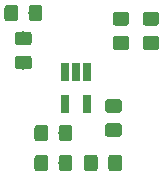
<source format=gbr>
G04 #@! TF.GenerationSoftware,KiCad,Pcbnew,5.0.2-bee76a0~70~ubuntu16.04.1*
G04 #@! TF.CreationDate,2019-07-30T14:23:51+02:00*
G04 #@! TF.ProjectId,hw-BOB-ATSAMD11D,68772d42-4f42-42d4-9154-53414d443131,rev?*
G04 #@! TF.SameCoordinates,Original*
G04 #@! TF.FileFunction,Paste,Bot*
G04 #@! TF.FilePolarity,Positive*
%FSLAX46Y46*%
G04 Gerber Fmt 4.6, Leading zero omitted, Abs format (unit mm)*
G04 Created by KiCad (PCBNEW 5.0.2-bee76a0~70~ubuntu16.04.1) date Tue 30 Jul 2019 02:23:51 PM CEST*
%MOMM*%
%LPD*%
G01*
G04 APERTURE LIST*
%ADD10C,0.100000*%
%ADD11C,1.150000*%
%ADD12R,0.650000X1.560000*%
G04 APERTURE END LIST*
D10*
G04 #@! TO.C,C1*
G36*
X124934505Y-43096204D02*
X124958773Y-43099804D01*
X124982572Y-43105765D01*
X125005671Y-43114030D01*
X125027850Y-43124520D01*
X125048893Y-43137132D01*
X125068599Y-43151747D01*
X125086777Y-43168223D01*
X125103253Y-43186401D01*
X125117868Y-43206107D01*
X125130480Y-43227150D01*
X125140970Y-43249329D01*
X125149235Y-43272428D01*
X125155196Y-43296227D01*
X125158796Y-43320495D01*
X125160000Y-43344999D01*
X125160000Y-43995001D01*
X125158796Y-44019505D01*
X125155196Y-44043773D01*
X125149235Y-44067572D01*
X125140970Y-44090671D01*
X125130480Y-44112850D01*
X125117868Y-44133893D01*
X125103253Y-44153599D01*
X125086777Y-44171777D01*
X125068599Y-44188253D01*
X125048893Y-44202868D01*
X125027850Y-44215480D01*
X125005671Y-44225970D01*
X124982572Y-44234235D01*
X124958773Y-44240196D01*
X124934505Y-44243796D01*
X124910001Y-44245000D01*
X124009999Y-44245000D01*
X123985495Y-44243796D01*
X123961227Y-44240196D01*
X123937428Y-44234235D01*
X123914329Y-44225970D01*
X123892150Y-44215480D01*
X123871107Y-44202868D01*
X123851401Y-44188253D01*
X123833223Y-44171777D01*
X123816747Y-44153599D01*
X123802132Y-44133893D01*
X123789520Y-44112850D01*
X123779030Y-44090671D01*
X123770765Y-44067572D01*
X123764804Y-44043773D01*
X123761204Y-44019505D01*
X123760000Y-43995001D01*
X123760000Y-43344999D01*
X123761204Y-43320495D01*
X123764804Y-43296227D01*
X123770765Y-43272428D01*
X123779030Y-43249329D01*
X123789520Y-43227150D01*
X123802132Y-43206107D01*
X123816747Y-43186401D01*
X123833223Y-43168223D01*
X123851401Y-43151747D01*
X123871107Y-43137132D01*
X123892150Y-43124520D01*
X123914329Y-43114030D01*
X123937428Y-43105765D01*
X123961227Y-43099804D01*
X123985495Y-43096204D01*
X124009999Y-43095000D01*
X124910001Y-43095000D01*
X124934505Y-43096204D01*
X124934505Y-43096204D01*
G37*
D11*
X124460000Y-43670000D03*
D10*
G36*
X124934505Y-45146204D02*
X124958773Y-45149804D01*
X124982572Y-45155765D01*
X125005671Y-45164030D01*
X125027850Y-45174520D01*
X125048893Y-45187132D01*
X125068599Y-45201747D01*
X125086777Y-45218223D01*
X125103253Y-45236401D01*
X125117868Y-45256107D01*
X125130480Y-45277150D01*
X125140970Y-45299329D01*
X125149235Y-45322428D01*
X125155196Y-45346227D01*
X125158796Y-45370495D01*
X125160000Y-45394999D01*
X125160000Y-46045001D01*
X125158796Y-46069505D01*
X125155196Y-46093773D01*
X125149235Y-46117572D01*
X125140970Y-46140671D01*
X125130480Y-46162850D01*
X125117868Y-46183893D01*
X125103253Y-46203599D01*
X125086777Y-46221777D01*
X125068599Y-46238253D01*
X125048893Y-46252868D01*
X125027850Y-46265480D01*
X125005671Y-46275970D01*
X124982572Y-46284235D01*
X124958773Y-46290196D01*
X124934505Y-46293796D01*
X124910001Y-46295000D01*
X124009999Y-46295000D01*
X123985495Y-46293796D01*
X123961227Y-46290196D01*
X123937428Y-46284235D01*
X123914329Y-46275970D01*
X123892150Y-46265480D01*
X123871107Y-46252868D01*
X123851401Y-46238253D01*
X123833223Y-46221777D01*
X123816747Y-46203599D01*
X123802132Y-46183893D01*
X123789520Y-46162850D01*
X123779030Y-46140671D01*
X123770765Y-46117572D01*
X123764804Y-46093773D01*
X123761204Y-46069505D01*
X123760000Y-46045001D01*
X123760000Y-45394999D01*
X123761204Y-45370495D01*
X123764804Y-45346227D01*
X123770765Y-45322428D01*
X123779030Y-45299329D01*
X123789520Y-45277150D01*
X123802132Y-45256107D01*
X123816747Y-45236401D01*
X123833223Y-45218223D01*
X123851401Y-45201747D01*
X123871107Y-45187132D01*
X123892150Y-45174520D01*
X123914329Y-45164030D01*
X123937428Y-45155765D01*
X123961227Y-45149804D01*
X123985495Y-45146204D01*
X124009999Y-45145000D01*
X124910001Y-45145000D01*
X124934505Y-45146204D01*
X124934505Y-45146204D01*
G37*
D11*
X124460000Y-45720000D03*
G04 #@! TD*
D10*
G04 #@! TO.C,C2*
G36*
X115529505Y-42481204D02*
X115553773Y-42484804D01*
X115577572Y-42490765D01*
X115600671Y-42499030D01*
X115622850Y-42509520D01*
X115643893Y-42522132D01*
X115663599Y-42536747D01*
X115681777Y-42553223D01*
X115698253Y-42571401D01*
X115712868Y-42591107D01*
X115725480Y-42612150D01*
X115735970Y-42634329D01*
X115744235Y-42657428D01*
X115750196Y-42681227D01*
X115753796Y-42705495D01*
X115755000Y-42729999D01*
X115755000Y-43630001D01*
X115753796Y-43654505D01*
X115750196Y-43678773D01*
X115744235Y-43702572D01*
X115735970Y-43725671D01*
X115725480Y-43747850D01*
X115712868Y-43768893D01*
X115698253Y-43788599D01*
X115681777Y-43806777D01*
X115663599Y-43823253D01*
X115643893Y-43837868D01*
X115622850Y-43850480D01*
X115600671Y-43860970D01*
X115577572Y-43869235D01*
X115553773Y-43875196D01*
X115529505Y-43878796D01*
X115505001Y-43880000D01*
X114854999Y-43880000D01*
X114830495Y-43878796D01*
X114806227Y-43875196D01*
X114782428Y-43869235D01*
X114759329Y-43860970D01*
X114737150Y-43850480D01*
X114716107Y-43837868D01*
X114696401Y-43823253D01*
X114678223Y-43806777D01*
X114661747Y-43788599D01*
X114647132Y-43768893D01*
X114634520Y-43747850D01*
X114624030Y-43725671D01*
X114615765Y-43702572D01*
X114609804Y-43678773D01*
X114606204Y-43654505D01*
X114605000Y-43630001D01*
X114605000Y-42729999D01*
X114606204Y-42705495D01*
X114609804Y-42681227D01*
X114615765Y-42657428D01*
X114624030Y-42634329D01*
X114634520Y-42612150D01*
X114647132Y-42591107D01*
X114661747Y-42571401D01*
X114678223Y-42553223D01*
X114696401Y-42536747D01*
X114716107Y-42522132D01*
X114737150Y-42509520D01*
X114759329Y-42499030D01*
X114782428Y-42490765D01*
X114806227Y-42484804D01*
X114830495Y-42481204D01*
X114854999Y-42480000D01*
X115505001Y-42480000D01*
X115529505Y-42481204D01*
X115529505Y-42481204D01*
G37*
D11*
X115180000Y-43180000D03*
D10*
G36*
X117579505Y-42481204D02*
X117603773Y-42484804D01*
X117627572Y-42490765D01*
X117650671Y-42499030D01*
X117672850Y-42509520D01*
X117693893Y-42522132D01*
X117713599Y-42536747D01*
X117731777Y-42553223D01*
X117748253Y-42571401D01*
X117762868Y-42591107D01*
X117775480Y-42612150D01*
X117785970Y-42634329D01*
X117794235Y-42657428D01*
X117800196Y-42681227D01*
X117803796Y-42705495D01*
X117805000Y-42729999D01*
X117805000Y-43630001D01*
X117803796Y-43654505D01*
X117800196Y-43678773D01*
X117794235Y-43702572D01*
X117785970Y-43725671D01*
X117775480Y-43747850D01*
X117762868Y-43768893D01*
X117748253Y-43788599D01*
X117731777Y-43806777D01*
X117713599Y-43823253D01*
X117693893Y-43837868D01*
X117672850Y-43850480D01*
X117650671Y-43860970D01*
X117627572Y-43869235D01*
X117603773Y-43875196D01*
X117579505Y-43878796D01*
X117555001Y-43880000D01*
X116904999Y-43880000D01*
X116880495Y-43878796D01*
X116856227Y-43875196D01*
X116832428Y-43869235D01*
X116809329Y-43860970D01*
X116787150Y-43850480D01*
X116766107Y-43837868D01*
X116746401Y-43823253D01*
X116728223Y-43806777D01*
X116711747Y-43788599D01*
X116697132Y-43768893D01*
X116684520Y-43747850D01*
X116674030Y-43725671D01*
X116665765Y-43702572D01*
X116659804Y-43678773D01*
X116656204Y-43654505D01*
X116655000Y-43630001D01*
X116655000Y-42729999D01*
X116656204Y-42705495D01*
X116659804Y-42681227D01*
X116665765Y-42657428D01*
X116674030Y-42634329D01*
X116684520Y-42612150D01*
X116697132Y-42591107D01*
X116711747Y-42571401D01*
X116728223Y-42553223D01*
X116746401Y-42536747D01*
X116766107Y-42522132D01*
X116787150Y-42509520D01*
X116809329Y-42499030D01*
X116832428Y-42490765D01*
X116856227Y-42484804D01*
X116880495Y-42481204D01*
X116904999Y-42480000D01*
X117555001Y-42480000D01*
X117579505Y-42481204D01*
X117579505Y-42481204D01*
G37*
D11*
X117230000Y-43180000D03*
G04 #@! TD*
D10*
G04 #@! TO.C,C3*
G36*
X124299505Y-50471204D02*
X124323773Y-50474804D01*
X124347572Y-50480765D01*
X124370671Y-50489030D01*
X124392850Y-50499520D01*
X124413893Y-50512132D01*
X124433599Y-50526747D01*
X124451777Y-50543223D01*
X124468253Y-50561401D01*
X124482868Y-50581107D01*
X124495480Y-50602150D01*
X124505970Y-50624329D01*
X124514235Y-50647428D01*
X124520196Y-50671227D01*
X124523796Y-50695495D01*
X124525000Y-50719999D01*
X124525000Y-51370001D01*
X124523796Y-51394505D01*
X124520196Y-51418773D01*
X124514235Y-51442572D01*
X124505970Y-51465671D01*
X124495480Y-51487850D01*
X124482868Y-51508893D01*
X124468253Y-51528599D01*
X124451777Y-51546777D01*
X124433599Y-51563253D01*
X124413893Y-51577868D01*
X124392850Y-51590480D01*
X124370671Y-51600970D01*
X124347572Y-51609235D01*
X124323773Y-51615196D01*
X124299505Y-51618796D01*
X124275001Y-51620000D01*
X123374999Y-51620000D01*
X123350495Y-51618796D01*
X123326227Y-51615196D01*
X123302428Y-51609235D01*
X123279329Y-51600970D01*
X123257150Y-51590480D01*
X123236107Y-51577868D01*
X123216401Y-51563253D01*
X123198223Y-51546777D01*
X123181747Y-51528599D01*
X123167132Y-51508893D01*
X123154520Y-51487850D01*
X123144030Y-51465671D01*
X123135765Y-51442572D01*
X123129804Y-51418773D01*
X123126204Y-51394505D01*
X123125000Y-51370001D01*
X123125000Y-50719999D01*
X123126204Y-50695495D01*
X123129804Y-50671227D01*
X123135765Y-50647428D01*
X123144030Y-50624329D01*
X123154520Y-50602150D01*
X123167132Y-50581107D01*
X123181747Y-50561401D01*
X123198223Y-50543223D01*
X123216401Y-50526747D01*
X123236107Y-50512132D01*
X123257150Y-50499520D01*
X123279329Y-50489030D01*
X123302428Y-50480765D01*
X123326227Y-50474804D01*
X123350495Y-50471204D01*
X123374999Y-50470000D01*
X124275001Y-50470000D01*
X124299505Y-50471204D01*
X124299505Y-50471204D01*
G37*
D11*
X123825000Y-51045000D03*
D10*
G36*
X124299505Y-52521204D02*
X124323773Y-52524804D01*
X124347572Y-52530765D01*
X124370671Y-52539030D01*
X124392850Y-52549520D01*
X124413893Y-52562132D01*
X124433599Y-52576747D01*
X124451777Y-52593223D01*
X124468253Y-52611401D01*
X124482868Y-52631107D01*
X124495480Y-52652150D01*
X124505970Y-52674329D01*
X124514235Y-52697428D01*
X124520196Y-52721227D01*
X124523796Y-52745495D01*
X124525000Y-52769999D01*
X124525000Y-53420001D01*
X124523796Y-53444505D01*
X124520196Y-53468773D01*
X124514235Y-53492572D01*
X124505970Y-53515671D01*
X124495480Y-53537850D01*
X124482868Y-53558893D01*
X124468253Y-53578599D01*
X124451777Y-53596777D01*
X124433599Y-53613253D01*
X124413893Y-53627868D01*
X124392850Y-53640480D01*
X124370671Y-53650970D01*
X124347572Y-53659235D01*
X124323773Y-53665196D01*
X124299505Y-53668796D01*
X124275001Y-53670000D01*
X123374999Y-53670000D01*
X123350495Y-53668796D01*
X123326227Y-53665196D01*
X123302428Y-53659235D01*
X123279329Y-53650970D01*
X123257150Y-53640480D01*
X123236107Y-53627868D01*
X123216401Y-53613253D01*
X123198223Y-53596777D01*
X123181747Y-53578599D01*
X123167132Y-53558893D01*
X123154520Y-53537850D01*
X123144030Y-53515671D01*
X123135765Y-53492572D01*
X123129804Y-53468773D01*
X123126204Y-53444505D01*
X123125000Y-53420001D01*
X123125000Y-52769999D01*
X123126204Y-52745495D01*
X123129804Y-52721227D01*
X123135765Y-52697428D01*
X123144030Y-52674329D01*
X123154520Y-52652150D01*
X123167132Y-52631107D01*
X123181747Y-52611401D01*
X123198223Y-52593223D01*
X123216401Y-52576747D01*
X123236107Y-52562132D01*
X123257150Y-52549520D01*
X123279329Y-52539030D01*
X123302428Y-52530765D01*
X123326227Y-52524804D01*
X123350495Y-52521204D01*
X123374999Y-52520000D01*
X124275001Y-52520000D01*
X124299505Y-52521204D01*
X124299505Y-52521204D01*
G37*
D11*
X123825000Y-53095000D03*
G04 #@! TD*
D10*
G04 #@! TO.C,C4*
G36*
X120119505Y-55181204D02*
X120143773Y-55184804D01*
X120167572Y-55190765D01*
X120190671Y-55199030D01*
X120212850Y-55209520D01*
X120233893Y-55222132D01*
X120253599Y-55236747D01*
X120271777Y-55253223D01*
X120288253Y-55271401D01*
X120302868Y-55291107D01*
X120315480Y-55312150D01*
X120325970Y-55334329D01*
X120334235Y-55357428D01*
X120340196Y-55381227D01*
X120343796Y-55405495D01*
X120345000Y-55429999D01*
X120345000Y-56330001D01*
X120343796Y-56354505D01*
X120340196Y-56378773D01*
X120334235Y-56402572D01*
X120325970Y-56425671D01*
X120315480Y-56447850D01*
X120302868Y-56468893D01*
X120288253Y-56488599D01*
X120271777Y-56506777D01*
X120253599Y-56523253D01*
X120233893Y-56537868D01*
X120212850Y-56550480D01*
X120190671Y-56560970D01*
X120167572Y-56569235D01*
X120143773Y-56575196D01*
X120119505Y-56578796D01*
X120095001Y-56580000D01*
X119444999Y-56580000D01*
X119420495Y-56578796D01*
X119396227Y-56575196D01*
X119372428Y-56569235D01*
X119349329Y-56560970D01*
X119327150Y-56550480D01*
X119306107Y-56537868D01*
X119286401Y-56523253D01*
X119268223Y-56506777D01*
X119251747Y-56488599D01*
X119237132Y-56468893D01*
X119224520Y-56447850D01*
X119214030Y-56425671D01*
X119205765Y-56402572D01*
X119199804Y-56378773D01*
X119196204Y-56354505D01*
X119195000Y-56330001D01*
X119195000Y-55429999D01*
X119196204Y-55405495D01*
X119199804Y-55381227D01*
X119205765Y-55357428D01*
X119214030Y-55334329D01*
X119224520Y-55312150D01*
X119237132Y-55291107D01*
X119251747Y-55271401D01*
X119268223Y-55253223D01*
X119286401Y-55236747D01*
X119306107Y-55222132D01*
X119327150Y-55209520D01*
X119349329Y-55199030D01*
X119372428Y-55190765D01*
X119396227Y-55184804D01*
X119420495Y-55181204D01*
X119444999Y-55180000D01*
X120095001Y-55180000D01*
X120119505Y-55181204D01*
X120119505Y-55181204D01*
G37*
D11*
X119770000Y-55880000D03*
D10*
G36*
X118069505Y-55181204D02*
X118093773Y-55184804D01*
X118117572Y-55190765D01*
X118140671Y-55199030D01*
X118162850Y-55209520D01*
X118183893Y-55222132D01*
X118203599Y-55236747D01*
X118221777Y-55253223D01*
X118238253Y-55271401D01*
X118252868Y-55291107D01*
X118265480Y-55312150D01*
X118275970Y-55334329D01*
X118284235Y-55357428D01*
X118290196Y-55381227D01*
X118293796Y-55405495D01*
X118295000Y-55429999D01*
X118295000Y-56330001D01*
X118293796Y-56354505D01*
X118290196Y-56378773D01*
X118284235Y-56402572D01*
X118275970Y-56425671D01*
X118265480Y-56447850D01*
X118252868Y-56468893D01*
X118238253Y-56488599D01*
X118221777Y-56506777D01*
X118203599Y-56523253D01*
X118183893Y-56537868D01*
X118162850Y-56550480D01*
X118140671Y-56560970D01*
X118117572Y-56569235D01*
X118093773Y-56575196D01*
X118069505Y-56578796D01*
X118045001Y-56580000D01*
X117394999Y-56580000D01*
X117370495Y-56578796D01*
X117346227Y-56575196D01*
X117322428Y-56569235D01*
X117299329Y-56560970D01*
X117277150Y-56550480D01*
X117256107Y-56537868D01*
X117236401Y-56523253D01*
X117218223Y-56506777D01*
X117201747Y-56488599D01*
X117187132Y-56468893D01*
X117174520Y-56447850D01*
X117164030Y-56425671D01*
X117155765Y-56402572D01*
X117149804Y-56378773D01*
X117146204Y-56354505D01*
X117145000Y-56330001D01*
X117145000Y-55429999D01*
X117146204Y-55405495D01*
X117149804Y-55381227D01*
X117155765Y-55357428D01*
X117164030Y-55334329D01*
X117174520Y-55312150D01*
X117187132Y-55291107D01*
X117201747Y-55271401D01*
X117218223Y-55253223D01*
X117236401Y-55236747D01*
X117256107Y-55222132D01*
X117277150Y-55209520D01*
X117299329Y-55199030D01*
X117322428Y-55190765D01*
X117346227Y-55184804D01*
X117370495Y-55181204D01*
X117394999Y-55180000D01*
X118045001Y-55180000D01*
X118069505Y-55181204D01*
X118069505Y-55181204D01*
G37*
D11*
X117720000Y-55880000D03*
G04 #@! TD*
D10*
G04 #@! TO.C,C5*
G36*
X127474505Y-43096204D02*
X127498773Y-43099804D01*
X127522572Y-43105765D01*
X127545671Y-43114030D01*
X127567850Y-43124520D01*
X127588893Y-43137132D01*
X127608599Y-43151747D01*
X127626777Y-43168223D01*
X127643253Y-43186401D01*
X127657868Y-43206107D01*
X127670480Y-43227150D01*
X127680970Y-43249329D01*
X127689235Y-43272428D01*
X127695196Y-43296227D01*
X127698796Y-43320495D01*
X127700000Y-43344999D01*
X127700000Y-43995001D01*
X127698796Y-44019505D01*
X127695196Y-44043773D01*
X127689235Y-44067572D01*
X127680970Y-44090671D01*
X127670480Y-44112850D01*
X127657868Y-44133893D01*
X127643253Y-44153599D01*
X127626777Y-44171777D01*
X127608599Y-44188253D01*
X127588893Y-44202868D01*
X127567850Y-44215480D01*
X127545671Y-44225970D01*
X127522572Y-44234235D01*
X127498773Y-44240196D01*
X127474505Y-44243796D01*
X127450001Y-44245000D01*
X126549999Y-44245000D01*
X126525495Y-44243796D01*
X126501227Y-44240196D01*
X126477428Y-44234235D01*
X126454329Y-44225970D01*
X126432150Y-44215480D01*
X126411107Y-44202868D01*
X126391401Y-44188253D01*
X126373223Y-44171777D01*
X126356747Y-44153599D01*
X126342132Y-44133893D01*
X126329520Y-44112850D01*
X126319030Y-44090671D01*
X126310765Y-44067572D01*
X126304804Y-44043773D01*
X126301204Y-44019505D01*
X126300000Y-43995001D01*
X126300000Y-43344999D01*
X126301204Y-43320495D01*
X126304804Y-43296227D01*
X126310765Y-43272428D01*
X126319030Y-43249329D01*
X126329520Y-43227150D01*
X126342132Y-43206107D01*
X126356747Y-43186401D01*
X126373223Y-43168223D01*
X126391401Y-43151747D01*
X126411107Y-43137132D01*
X126432150Y-43124520D01*
X126454329Y-43114030D01*
X126477428Y-43105765D01*
X126501227Y-43099804D01*
X126525495Y-43096204D01*
X126549999Y-43095000D01*
X127450001Y-43095000D01*
X127474505Y-43096204D01*
X127474505Y-43096204D01*
G37*
D11*
X127000000Y-43670000D03*
D10*
G36*
X127474505Y-45146204D02*
X127498773Y-45149804D01*
X127522572Y-45155765D01*
X127545671Y-45164030D01*
X127567850Y-45174520D01*
X127588893Y-45187132D01*
X127608599Y-45201747D01*
X127626777Y-45218223D01*
X127643253Y-45236401D01*
X127657868Y-45256107D01*
X127670480Y-45277150D01*
X127680970Y-45299329D01*
X127689235Y-45322428D01*
X127695196Y-45346227D01*
X127698796Y-45370495D01*
X127700000Y-45394999D01*
X127700000Y-46045001D01*
X127698796Y-46069505D01*
X127695196Y-46093773D01*
X127689235Y-46117572D01*
X127680970Y-46140671D01*
X127670480Y-46162850D01*
X127657868Y-46183893D01*
X127643253Y-46203599D01*
X127626777Y-46221777D01*
X127608599Y-46238253D01*
X127588893Y-46252868D01*
X127567850Y-46265480D01*
X127545671Y-46275970D01*
X127522572Y-46284235D01*
X127498773Y-46290196D01*
X127474505Y-46293796D01*
X127450001Y-46295000D01*
X126549999Y-46295000D01*
X126525495Y-46293796D01*
X126501227Y-46290196D01*
X126477428Y-46284235D01*
X126454329Y-46275970D01*
X126432150Y-46265480D01*
X126411107Y-46252868D01*
X126391401Y-46238253D01*
X126373223Y-46221777D01*
X126356747Y-46203599D01*
X126342132Y-46183893D01*
X126329520Y-46162850D01*
X126319030Y-46140671D01*
X126310765Y-46117572D01*
X126304804Y-46093773D01*
X126301204Y-46069505D01*
X126300000Y-46045001D01*
X126300000Y-45394999D01*
X126301204Y-45370495D01*
X126304804Y-45346227D01*
X126310765Y-45322428D01*
X126319030Y-45299329D01*
X126329520Y-45277150D01*
X126342132Y-45256107D01*
X126356747Y-45236401D01*
X126373223Y-45218223D01*
X126391401Y-45201747D01*
X126411107Y-45187132D01*
X126432150Y-45174520D01*
X126454329Y-45164030D01*
X126477428Y-45155765D01*
X126501227Y-45149804D01*
X126525495Y-45146204D01*
X126549999Y-45145000D01*
X127450001Y-45145000D01*
X127474505Y-45146204D01*
X127474505Y-45146204D01*
G37*
D11*
X127000000Y-45720000D03*
G04 #@! TD*
D10*
G04 #@! TO.C,C6*
G36*
X120119505Y-52641204D02*
X120143773Y-52644804D01*
X120167572Y-52650765D01*
X120190671Y-52659030D01*
X120212850Y-52669520D01*
X120233893Y-52682132D01*
X120253599Y-52696747D01*
X120271777Y-52713223D01*
X120288253Y-52731401D01*
X120302868Y-52751107D01*
X120315480Y-52772150D01*
X120325970Y-52794329D01*
X120334235Y-52817428D01*
X120340196Y-52841227D01*
X120343796Y-52865495D01*
X120345000Y-52889999D01*
X120345000Y-53790001D01*
X120343796Y-53814505D01*
X120340196Y-53838773D01*
X120334235Y-53862572D01*
X120325970Y-53885671D01*
X120315480Y-53907850D01*
X120302868Y-53928893D01*
X120288253Y-53948599D01*
X120271777Y-53966777D01*
X120253599Y-53983253D01*
X120233893Y-53997868D01*
X120212850Y-54010480D01*
X120190671Y-54020970D01*
X120167572Y-54029235D01*
X120143773Y-54035196D01*
X120119505Y-54038796D01*
X120095001Y-54040000D01*
X119444999Y-54040000D01*
X119420495Y-54038796D01*
X119396227Y-54035196D01*
X119372428Y-54029235D01*
X119349329Y-54020970D01*
X119327150Y-54010480D01*
X119306107Y-53997868D01*
X119286401Y-53983253D01*
X119268223Y-53966777D01*
X119251747Y-53948599D01*
X119237132Y-53928893D01*
X119224520Y-53907850D01*
X119214030Y-53885671D01*
X119205765Y-53862572D01*
X119199804Y-53838773D01*
X119196204Y-53814505D01*
X119195000Y-53790001D01*
X119195000Y-52889999D01*
X119196204Y-52865495D01*
X119199804Y-52841227D01*
X119205765Y-52817428D01*
X119214030Y-52794329D01*
X119224520Y-52772150D01*
X119237132Y-52751107D01*
X119251747Y-52731401D01*
X119268223Y-52713223D01*
X119286401Y-52696747D01*
X119306107Y-52682132D01*
X119327150Y-52669520D01*
X119349329Y-52659030D01*
X119372428Y-52650765D01*
X119396227Y-52644804D01*
X119420495Y-52641204D01*
X119444999Y-52640000D01*
X120095001Y-52640000D01*
X120119505Y-52641204D01*
X120119505Y-52641204D01*
G37*
D11*
X119770000Y-53340000D03*
D10*
G36*
X118069505Y-52641204D02*
X118093773Y-52644804D01*
X118117572Y-52650765D01*
X118140671Y-52659030D01*
X118162850Y-52669520D01*
X118183893Y-52682132D01*
X118203599Y-52696747D01*
X118221777Y-52713223D01*
X118238253Y-52731401D01*
X118252868Y-52751107D01*
X118265480Y-52772150D01*
X118275970Y-52794329D01*
X118284235Y-52817428D01*
X118290196Y-52841227D01*
X118293796Y-52865495D01*
X118295000Y-52889999D01*
X118295000Y-53790001D01*
X118293796Y-53814505D01*
X118290196Y-53838773D01*
X118284235Y-53862572D01*
X118275970Y-53885671D01*
X118265480Y-53907850D01*
X118252868Y-53928893D01*
X118238253Y-53948599D01*
X118221777Y-53966777D01*
X118203599Y-53983253D01*
X118183893Y-53997868D01*
X118162850Y-54010480D01*
X118140671Y-54020970D01*
X118117572Y-54029235D01*
X118093773Y-54035196D01*
X118069505Y-54038796D01*
X118045001Y-54040000D01*
X117394999Y-54040000D01*
X117370495Y-54038796D01*
X117346227Y-54035196D01*
X117322428Y-54029235D01*
X117299329Y-54020970D01*
X117277150Y-54010480D01*
X117256107Y-53997868D01*
X117236401Y-53983253D01*
X117218223Y-53966777D01*
X117201747Y-53948599D01*
X117187132Y-53928893D01*
X117174520Y-53907850D01*
X117164030Y-53885671D01*
X117155765Y-53862572D01*
X117149804Y-53838773D01*
X117146204Y-53814505D01*
X117145000Y-53790001D01*
X117145000Y-52889999D01*
X117146204Y-52865495D01*
X117149804Y-52841227D01*
X117155765Y-52817428D01*
X117164030Y-52794329D01*
X117174520Y-52772150D01*
X117187132Y-52751107D01*
X117201747Y-52731401D01*
X117218223Y-52713223D01*
X117236401Y-52696747D01*
X117256107Y-52682132D01*
X117277150Y-52669520D01*
X117299329Y-52659030D01*
X117322428Y-52650765D01*
X117346227Y-52644804D01*
X117370495Y-52641204D01*
X117394999Y-52640000D01*
X118045001Y-52640000D01*
X118069505Y-52641204D01*
X118069505Y-52641204D01*
G37*
D11*
X117720000Y-53340000D03*
G04 #@! TD*
D10*
G04 #@! TO.C,R1*
G36*
X116679505Y-44756204D02*
X116703773Y-44759804D01*
X116727572Y-44765765D01*
X116750671Y-44774030D01*
X116772850Y-44784520D01*
X116793893Y-44797132D01*
X116813599Y-44811747D01*
X116831777Y-44828223D01*
X116848253Y-44846401D01*
X116862868Y-44866107D01*
X116875480Y-44887150D01*
X116885970Y-44909329D01*
X116894235Y-44932428D01*
X116900196Y-44956227D01*
X116903796Y-44980495D01*
X116905000Y-45004999D01*
X116905000Y-45655001D01*
X116903796Y-45679505D01*
X116900196Y-45703773D01*
X116894235Y-45727572D01*
X116885970Y-45750671D01*
X116875480Y-45772850D01*
X116862868Y-45793893D01*
X116848253Y-45813599D01*
X116831777Y-45831777D01*
X116813599Y-45848253D01*
X116793893Y-45862868D01*
X116772850Y-45875480D01*
X116750671Y-45885970D01*
X116727572Y-45894235D01*
X116703773Y-45900196D01*
X116679505Y-45903796D01*
X116655001Y-45905000D01*
X115754999Y-45905000D01*
X115730495Y-45903796D01*
X115706227Y-45900196D01*
X115682428Y-45894235D01*
X115659329Y-45885970D01*
X115637150Y-45875480D01*
X115616107Y-45862868D01*
X115596401Y-45848253D01*
X115578223Y-45831777D01*
X115561747Y-45813599D01*
X115547132Y-45793893D01*
X115534520Y-45772850D01*
X115524030Y-45750671D01*
X115515765Y-45727572D01*
X115509804Y-45703773D01*
X115506204Y-45679505D01*
X115505000Y-45655001D01*
X115505000Y-45004999D01*
X115506204Y-44980495D01*
X115509804Y-44956227D01*
X115515765Y-44932428D01*
X115524030Y-44909329D01*
X115534520Y-44887150D01*
X115547132Y-44866107D01*
X115561747Y-44846401D01*
X115578223Y-44828223D01*
X115596401Y-44811747D01*
X115616107Y-44797132D01*
X115637150Y-44784520D01*
X115659329Y-44774030D01*
X115682428Y-44765765D01*
X115706227Y-44759804D01*
X115730495Y-44756204D01*
X115754999Y-44755000D01*
X116655001Y-44755000D01*
X116679505Y-44756204D01*
X116679505Y-44756204D01*
G37*
D11*
X116205000Y-45330000D03*
D10*
G36*
X116679505Y-46806204D02*
X116703773Y-46809804D01*
X116727572Y-46815765D01*
X116750671Y-46824030D01*
X116772850Y-46834520D01*
X116793893Y-46847132D01*
X116813599Y-46861747D01*
X116831777Y-46878223D01*
X116848253Y-46896401D01*
X116862868Y-46916107D01*
X116875480Y-46937150D01*
X116885970Y-46959329D01*
X116894235Y-46982428D01*
X116900196Y-47006227D01*
X116903796Y-47030495D01*
X116905000Y-47054999D01*
X116905000Y-47705001D01*
X116903796Y-47729505D01*
X116900196Y-47753773D01*
X116894235Y-47777572D01*
X116885970Y-47800671D01*
X116875480Y-47822850D01*
X116862868Y-47843893D01*
X116848253Y-47863599D01*
X116831777Y-47881777D01*
X116813599Y-47898253D01*
X116793893Y-47912868D01*
X116772850Y-47925480D01*
X116750671Y-47935970D01*
X116727572Y-47944235D01*
X116703773Y-47950196D01*
X116679505Y-47953796D01*
X116655001Y-47955000D01*
X115754999Y-47955000D01*
X115730495Y-47953796D01*
X115706227Y-47950196D01*
X115682428Y-47944235D01*
X115659329Y-47935970D01*
X115637150Y-47925480D01*
X115616107Y-47912868D01*
X115596401Y-47898253D01*
X115578223Y-47881777D01*
X115561747Y-47863599D01*
X115547132Y-47843893D01*
X115534520Y-47822850D01*
X115524030Y-47800671D01*
X115515765Y-47777572D01*
X115509804Y-47753773D01*
X115506204Y-47729505D01*
X115505000Y-47705001D01*
X115505000Y-47054999D01*
X115506204Y-47030495D01*
X115509804Y-47006227D01*
X115515765Y-46982428D01*
X115524030Y-46959329D01*
X115534520Y-46937150D01*
X115547132Y-46916107D01*
X115561747Y-46896401D01*
X115578223Y-46878223D01*
X115596401Y-46861747D01*
X115616107Y-46847132D01*
X115637150Y-46834520D01*
X115659329Y-46824030D01*
X115682428Y-46815765D01*
X115706227Y-46809804D01*
X115730495Y-46806204D01*
X115754999Y-46805000D01*
X116655001Y-46805000D01*
X116679505Y-46806204D01*
X116679505Y-46806204D01*
G37*
D11*
X116205000Y-47380000D03*
G04 #@! TD*
D10*
G04 #@! TO.C,R2*
G36*
X122269505Y-55181204D02*
X122293773Y-55184804D01*
X122317572Y-55190765D01*
X122340671Y-55199030D01*
X122362850Y-55209520D01*
X122383893Y-55222132D01*
X122403599Y-55236747D01*
X122421777Y-55253223D01*
X122438253Y-55271401D01*
X122452868Y-55291107D01*
X122465480Y-55312150D01*
X122475970Y-55334329D01*
X122484235Y-55357428D01*
X122490196Y-55381227D01*
X122493796Y-55405495D01*
X122495000Y-55429999D01*
X122495000Y-56330001D01*
X122493796Y-56354505D01*
X122490196Y-56378773D01*
X122484235Y-56402572D01*
X122475970Y-56425671D01*
X122465480Y-56447850D01*
X122452868Y-56468893D01*
X122438253Y-56488599D01*
X122421777Y-56506777D01*
X122403599Y-56523253D01*
X122383893Y-56537868D01*
X122362850Y-56550480D01*
X122340671Y-56560970D01*
X122317572Y-56569235D01*
X122293773Y-56575196D01*
X122269505Y-56578796D01*
X122245001Y-56580000D01*
X121594999Y-56580000D01*
X121570495Y-56578796D01*
X121546227Y-56575196D01*
X121522428Y-56569235D01*
X121499329Y-56560970D01*
X121477150Y-56550480D01*
X121456107Y-56537868D01*
X121436401Y-56523253D01*
X121418223Y-56506777D01*
X121401747Y-56488599D01*
X121387132Y-56468893D01*
X121374520Y-56447850D01*
X121364030Y-56425671D01*
X121355765Y-56402572D01*
X121349804Y-56378773D01*
X121346204Y-56354505D01*
X121345000Y-56330001D01*
X121345000Y-55429999D01*
X121346204Y-55405495D01*
X121349804Y-55381227D01*
X121355765Y-55357428D01*
X121364030Y-55334329D01*
X121374520Y-55312150D01*
X121387132Y-55291107D01*
X121401747Y-55271401D01*
X121418223Y-55253223D01*
X121436401Y-55236747D01*
X121456107Y-55222132D01*
X121477150Y-55209520D01*
X121499329Y-55199030D01*
X121522428Y-55190765D01*
X121546227Y-55184804D01*
X121570495Y-55181204D01*
X121594999Y-55180000D01*
X122245001Y-55180000D01*
X122269505Y-55181204D01*
X122269505Y-55181204D01*
G37*
D11*
X121920000Y-55880000D03*
D10*
G36*
X124319505Y-55181204D02*
X124343773Y-55184804D01*
X124367572Y-55190765D01*
X124390671Y-55199030D01*
X124412850Y-55209520D01*
X124433893Y-55222132D01*
X124453599Y-55236747D01*
X124471777Y-55253223D01*
X124488253Y-55271401D01*
X124502868Y-55291107D01*
X124515480Y-55312150D01*
X124525970Y-55334329D01*
X124534235Y-55357428D01*
X124540196Y-55381227D01*
X124543796Y-55405495D01*
X124545000Y-55429999D01*
X124545000Y-56330001D01*
X124543796Y-56354505D01*
X124540196Y-56378773D01*
X124534235Y-56402572D01*
X124525970Y-56425671D01*
X124515480Y-56447850D01*
X124502868Y-56468893D01*
X124488253Y-56488599D01*
X124471777Y-56506777D01*
X124453599Y-56523253D01*
X124433893Y-56537868D01*
X124412850Y-56550480D01*
X124390671Y-56560970D01*
X124367572Y-56569235D01*
X124343773Y-56575196D01*
X124319505Y-56578796D01*
X124295001Y-56580000D01*
X123644999Y-56580000D01*
X123620495Y-56578796D01*
X123596227Y-56575196D01*
X123572428Y-56569235D01*
X123549329Y-56560970D01*
X123527150Y-56550480D01*
X123506107Y-56537868D01*
X123486401Y-56523253D01*
X123468223Y-56506777D01*
X123451747Y-56488599D01*
X123437132Y-56468893D01*
X123424520Y-56447850D01*
X123414030Y-56425671D01*
X123405765Y-56402572D01*
X123399804Y-56378773D01*
X123396204Y-56354505D01*
X123395000Y-56330001D01*
X123395000Y-55429999D01*
X123396204Y-55405495D01*
X123399804Y-55381227D01*
X123405765Y-55357428D01*
X123414030Y-55334329D01*
X123424520Y-55312150D01*
X123437132Y-55291107D01*
X123451747Y-55271401D01*
X123468223Y-55253223D01*
X123486401Y-55236747D01*
X123506107Y-55222132D01*
X123527150Y-55209520D01*
X123549329Y-55199030D01*
X123572428Y-55190765D01*
X123596227Y-55184804D01*
X123620495Y-55181204D01*
X123644999Y-55180000D01*
X124295001Y-55180000D01*
X124319505Y-55181204D01*
X124319505Y-55181204D01*
G37*
D11*
X123970000Y-55880000D03*
G04 #@! TD*
D12*
G04 #@! TO.C,U2*
X119700000Y-48180000D03*
X120650000Y-48180000D03*
X121600000Y-48180000D03*
X121600000Y-50880000D03*
X119700000Y-50880000D03*
G04 #@! TD*
M02*

</source>
